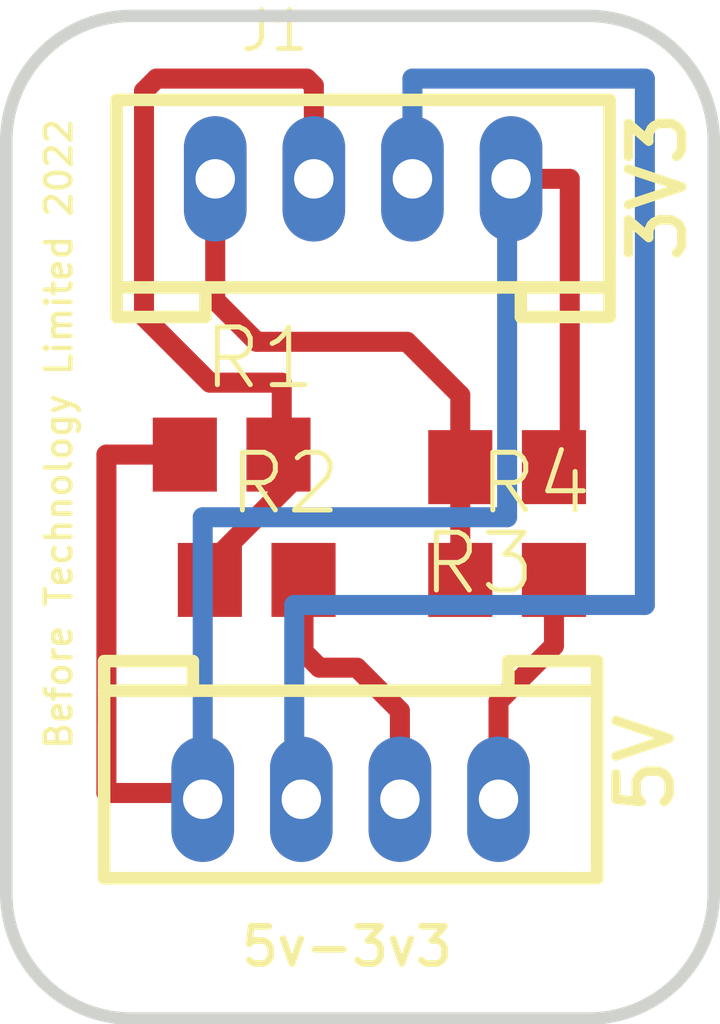
<source format=kicad_pcb>
(kicad_pcb (version 20211014) (generator pcbnew)
  (layers (0 "F.Cu" signal) (31 "B.Cu" signal) (34 "B.Paste" user) (35 "F.Paste" user) (36 "B.SilkS" user "B.Silkscreen") (37 "F.SilkS" user "F.Silkscreen") (38 "B.Mask" user) (39 "F.Mask" user) (44 "Edge.Cuts" user))
  (net 0 "")
  (net 1 "N$4")
  (net 2 "N$3")
  (net 3 "N$1")
  (net 4 "N$2")
  (net 5 "N$5")
  (net 6 "N$6")
  (footprint "weaver_grovestep:R0805" (layer "F.Cu") (at 146.4056 106.2736)
    (fp_text reference "R2" (at -0.635 -1.27) (layer "F.SilkS") (effects (font (size 1.1684 1.1684) (thickness 0.1016)) (justify left bottom)))
    (fp_text value "")
    (pad "1" smd rect (at -0.95 0) (size 1.3 1.5) (layers "F.Cu" "F.Paste" "F.Mask") (net 3 "N$1"))
    (pad "2" smd rect (at 0.95 0) (size 1.3 1.5) (layers "F.Cu" "F.Paste" "F.Mask") (net 5 "N$5"))
  )
  (footprint "weaver_grovestep:R0805" (layer "F.Cu") (at 145.8976 103.7336)
    (fp_text reference "R1" (at -0.635 -1.27) (layer "F.SilkS") (effects (font (size 1.1684 1.1684) (thickness 0.1016)) (justify left bottom)))
    (fp_text value "")
    (pad "1" smd rect (at -0.95 0) (size 1.3 1.5) (layers "F.Cu" "F.Paste" "F.Mask") (net 2 "N$3"))
    (pad "2" smd rect (at 0.95 0) (size 1.3 1.5) (layers "F.Cu" "F.Paste" "F.Mask") (net 3 "N$1"))
  )
  (footprint "weaver_grovestep:R0805" (layer "F.Cu") (at 151.4856 106.2736)
    (fp_text reference "R4" (at -0.635 -1.27) (layer "F.SilkS") (effects (font (size 1.1684 1.1684) (thickness 0.1016)) (justify left bottom)))
    (fp_text value "")
    (pad "1" smd rect (at -0.95 0) (size 1.3 1.5) (layers "F.Cu" "F.Paste" "F.Mask") (net 4 "N$2"))
    (pad "2" smd rect (at 0.95 0) (size 1.3 1.5) (layers "F.Cu" "F.Paste" "F.Mask") (net 6 "N$6"))
  )
  (footprint "weaver_grovestep:HW4-2.0" (layer "F.Cu") (at 148.3106 110.7186 180)
    (fp_text reference "J2" hide)
    (fp_text value "4P-2.0" hide)
    (fp_line (start 5 2.8) (end 5 2.2) (layer "F.SilkS") (width 0.254))
    (fp_line (start 5 2.2) (end 5 -1.6) (layer "F.SilkS") (width 0.254))
    (fp_line (start -5 2.2) (end -5 2.8) (layer "F.SilkS") (width 0.254))
    (fp_line (start -5 2.8) (end -3.2 2.8) (layer "F.SilkS") (width 0.254))
    (fp_line (start -5 -1) (end -5 1) (layer "F.SilkS") (width 0.127))
    (fp_line (start 3.2 2.8) (end 5 2.8) (layer "F.SilkS") (width 0.254))
    (fp_line (start -5 2.2) (end -3.2 2.2) (layer "F.SilkS") (width 0.254))
    (fp_line (start 3.2 2.2) (end 5 2.2) (layer "F.SilkS") (width 0.254))
    (fp_line (start 5 -1.5) (end 5 1.5) (layer "F.SilkS") (width 0.254))
    (fp_line (start -3.2 2.2) (end 3.2 2.2) (layer "F.SilkS") (width 0.254))
    (fp_line (start 3.2 2.2) (end 3.2 2.8) (layer "F.SilkS") (width 0.254))
    (fp_line (start -3.2 2.8) (end -3.2 2.2) (layer "F.SilkS") (width 0.254))
    (fp_line (start -5 -1.6) (end -5 2.2) (layer "F.SilkS") (width 0.254))
    (fp_line (start -5 -1.6) (end 5 -1.6) (layer "F.SilkS") (width 0.254))
    (pad "1" thru_hole oval (at -3 0 270) (size 2.54 1.27) (drill 0.8) (layers *.Cu *.Mask) (net 6 "N$6"))
    (pad "2" thru_hole oval (at -1 0 270) (size 2.54 1.27) (drill 0.8) (layers *.Cu *.Mask) (net 5 "N$5"))
    (pad "3" thru_hole oval (at 1 0 270) (size 2.54 1.27) (drill 0.8) (layers *.Cu *.Mask) (net 1 "N$4"))
    (pad "4" thru_hole oval (at 3 0 270) (size 2.54 1.27) (drill 0.8) (layers *.Cu *.Mask) (net 2 "N$3"))
  )
  (footprint "weaver_grovestep:R0805" (layer "F.Cu") (at 151.4856 103.9876 180)
    (fp_text reference "R3" (at -0.635 -1.27 180) (layer "F.SilkS") (effects (font (size 1.1684 1.1684) (thickness 0.1016)) (justify right top)))
    (fp_text value "")
    (pad "1" smd rect (at -0.95 0 180) (size 1.3 1.5) (layers "F.Cu" "F.Paste" "F.Mask") (net 2 "N$3"))
    (pad "2" smd rect (at 0.95 0 180) (size 1.3 1.5) (layers "F.Cu" "F.Paste" "F.Mask") (net 4 "N$2"))
  )
  (footprint "weaver_grovestep:HW4-2.0" (layer "F.Cu") (at 148.5646 98.1456)
    (fp_text reference "J1" (at -2.54 -2.54) (layer "F.SilkS") (effects (font (size 0.79121 0.79121) (thickness 0.09779)) (justify left bottom)))
    (fp_text value "4P-2.0")
    (fp_line (start -5 -1) (end -5 1) (layer "F.SilkS") (width 0.127))
    (fp_line (start -5 2.2) (end -5 2.8) (layer "F.SilkS") (width 0.254))
    (fp_line (start 5 2.8) (end 5 2.2) (layer "F.SilkS") (width 0.254))
    (fp_line (start -5 2.8) (end -3.2 2.8) (layer "F.SilkS") (width 0.254))
    (fp_line (start -3.2 2.2) (end 3.2 2.2) (layer "F.SilkS") (width 0.254))
    (fp_line (start -5 2.2) (end -3.2 2.2) (layer "F.SilkS") (width 0.254))
    (fp_line (start -3.2 2.8) (end -3.2 2.2) (layer "F.SilkS") (width 0.254))
    (fp_line (start -5 -1.6) (end 5 -1.6) (layer "F.SilkS") (width 0.254))
    (fp_line (start 5 2.2) (end 5 -1.6) (layer "F.SilkS") (width 0.254))
    (fp_line (start 5 -1.5) (end 5 1.5) (layer "F.SilkS") (width 0.254))
    (fp_line (start 3.2 2.2) (end 3.2 2.8) (layer "F.SilkS") (width 0.254))
    (fp_line (start 3.2 2.8) (end 5 2.8) (layer "F.SilkS") (width 0.254))
    (fp_line (start 3.2 2.2) (end 5 2.2) (layer "F.SilkS") (width 0.254))
    (fp_line (start -5 -1.6) (end -5 2.2) (layer "F.SilkS") (width 0.254))
    (pad "1" thru_hole oval (at -3 0 90) (size 2.54 1.27) (drill 0.8) (layers *.Cu *.Mask) (net 4 "N$2"))
    (pad "2" thru_hole oval (at -1 0 90) (size 2.54 1.27) (drill 0.8) (layers *.Cu *.Mask) (net 3 "N$1"))
    (pad "3" thru_hole oval (at 1 0 90) (size 2.54 1.27) (drill 0.8) (layers *.Cu *.Mask) (net 1 "N$4"))
    (pad "4" thru_hole oval (at 3 0 90) (size 2.54 1.27) (drill 0.8) (layers *.Cu *.Mask) (net 2 "N$3"))
  )
  (gr_arc (start 153.1366 94.8436) (mid 154.932651 95.587549) (end 155.6766 97.3836) (layer "Edge.Cuts") (width 0.254))
  (gr_line (start 153.1366 115.1636) (end 143.8656 115.1636) (layer "Edge.Cuts") (width 0.254))
  (gr_arc (start 143.8656 115.1636) (mid 142.069549 114.419651) (end 141.3256 112.6236) (layer "Edge.Cuts") (width 0.254))
  (gr_line (start 155.6766 97.3836) (end 155.6766 112.6236) (layer "Edge.Cuts") (width 0.254))
  (gr_line (start 141.3256 97.3836) (end 141.3256 112.6236) (layer "Edge.Cuts") (width 0.254))
  (gr_arc (start 141.3256 97.3836) (mid 142.069549 95.587549) (end 143.8656 94.8436) (layer "Edge.Cuts") (width 0.254))
  (gr_line (start 143.8656 94.8436) (end 153.1366 94.8436) (layer "Edge.Cuts") (width 0.254))
  (gr_arc (start 155.6766 112.6236) (mid 154.932651 114.419651) (end 153.1366 115.1636) (layer "Edge.Cuts") (width 0.254))
  (gr_text "3V3" (at 155.1686 99.9236 90) (layer "F.SilkS") (effects (font (size 1.0795 1.0795) (thickness 0.1905)) (justify left bottom)))
  (gr_text "5V" (at 154.9146 111.0996 90) (layer "F.SilkS") (effects (font (size 1.0795 1.0795) (thickness 0.1905)) (justify left bottom)))
  (gr_text "Before Technology Limited 2022" (at 142.0876 96.8756 90) (layer "F.SilkS") (effects (font (size 0.51816 0.51816) (thickness 0.09144)) (justify right top)))
  (gr_text "5v-3v3" (at 146.0246 114.1476) (layer "F.SilkS") (effects (font (size 0.75565 0.75565) (thickness 0.13335)) (justify left bottom)))
  (segment (start 154.2796 106.7816) (end 154.2796 96.1136) (width 0.4064) (layer "B.Cu") (net 1))
  (segment (start 147.3106 110.7186) (end 147.1676 110.7186) (width 0.4064) (layer "B.Cu") (net 1))
  (segment (start 147.1676 110.7186) (end 147.1676 106.7816) (width 0.4064) (layer "B.Cu") (net 1))
  (segment (start 147.1676 106.7816) (end 154.2796 106.7816) (width 0.4064) (layer "B.Cu") (net 1))
  (segment (start 154.2796 96.1136) (end 149.5646 96.1136) (width 0.4064) (layer "B.Cu") (net 1))
  (segment (start 149.5646 96.1136) (end 149.5646 98.1456) (width 0.4064) (layer "B.Cu") (net 1))
  (segment (start 144.9476 103.7336) (end 143.3576 103.7336) (width 0.4064) (layer "F.Cu") (net 2))
  (segment (start 143.3576 110.5916) (end 145.3106 110.5916) (width 0.4064) (layer "F.Cu") (net 2))
  (segment (start 151.5646 98.1456) (end 152.7556 98.1456) (width 0.4064) (layer "F.Cu") (net 2))
  (segment (start 152.7556 103.9876) (end 152.7556 98.1456) (width 0.4064) (layer "F.Cu") (net 2))
  (segment (start 152.4356 103.9876) (end 152.7556 103.9876) (width 0.4064) (layer "F.Cu") (net 2))
  (segment (start 145.3106 110.5916) (end 145.3106 110.7186) (width 0.4064) (layer "F.Cu") (net 2))
  (segment (start 143.3576 103.7336) (end 143.3576 110.5916) (width 0.4064) (layer "F.Cu") (net 2))
  (segment (start 145.3106 105.0036) (end 145.3106 110.7186) (width 0.4064) (layer "B.Cu") (net 2))
  (segment (start 151.5646 98.1456) (end 151.4856 98.1456) (width 0.4064) (layer "B.Cu") (net 2))
  (segment (start 151.4856 105.0036) (end 145.3106 105.0036) (width 0.4064) (layer "B.Cu") (net 2))
  (segment (start 151.4856 98.1456) (end 151.4856 105.0036) (width 0.4064) (layer "B.Cu") (net 2))
  (segment (start 145.4556 102.2756) (end 146.9136 102.2756) (width 0.4064) (layer "F.Cu") (net 3))
  (segment (start 146.8476 103.7336) (end 146.9136 103.7336) (width 0.4064) (layer "F.Cu") (net 3))
  (segment (start 145.4556 105.9536) (end 147.1676 104.2416) (width 0.4064) (layer "F.Cu") (net 3))
  (segment (start 147.1676 103.9216) (end 146.8476 103.7336) (width 0.4064) (layer "F.Cu") (net 3))
  (segment (start 144.3736 96.1136) (end 147.4216 96.1136) (width 0.4064) (layer "F.Cu") (net 3))
  (segment (start 147.1676 104.2416) (end 147.1676 103.9216) (width 0.4064) (layer "F.Cu") (net 3))
  (segment (start 144.1196 100.9396) (end 144.1196 96.3676) (width 0.4064) (layer "F.Cu") (net 3))
  (segment (start 147.5646 96.2566) (end 147.4216 96.1136) (width 0.4064) (layer "F.Cu") (net 3))
  (segment (start 146.9136 103.7336) (end 146.9136 102.2756) (width 0.4064) (layer "F.Cu") (net 3))
  (segment (start 144.1196 96.3676) (end 144.3736 96.1136) (width 0.4064) (layer "F.Cu") (net 3))
  (segment (start 145.4556 102.2756) (end 144.1196 100.9396) (width 0.4064) (layer "F.Cu") (net 3))
  (segment (start 147.5646 98.1456) (end 147.5646 96.2566) (width 0.4064) (layer "F.Cu") (net 3))
  (segment (start 145.4556 106.2736) (end 145.4556 105.9536) (width 0.4064) (layer "F.Cu") (net 3))
  (segment (start 150.5356 103.9876) (end 150.5356 102.5296) (width 0.4064) (layer "F.Cu") (net 4))
  (segment (start 150.5356 103.9876) (end 150.5356 106.2736) (width 0.4064) (layer "F.Cu") (net 4))
  (segment (start 150.5356 102.5296) (end 149.4536 101.4476) (width 0.4064) (layer "F.Cu") (net 4))
  (segment (start 146.4056 101.4476) (end 145.5646 100.6066) (width 0.4064) (layer "F.Cu") (net 4))
  (segment (start 149.4536 101.4476) (end 146.4056 101.4476) (width 0.4064) (layer "F.Cu") (net 4))
  (segment (start 145.5646 98.1456) (end 145.5646 100.6066) (width 0.4064) (layer "F.Cu") (net 4))
  (segment (start 149.3106 110.7186) (end 149.3106 108.9246) (width 0.4064) (layer "F.Cu") (net 5))
  (segment (start 148.4376 108.0516) (end 147.6756 108.0516) (width 0.4064) (layer "F.Cu") (net 5))
  (segment (start 147.6756 108.0516) (end 147.3556 107.7316) (width 0.4064) (layer "F.Cu") (net 5))
  (segment (start 147.3556 106.2736) (end 147.3556 107.7316) (width 0.4064) (layer "F.Cu") (net 5))
  (segment (start 149.3106 108.9246) (end 148.4376 108.0516) (width 0.4064) (layer "F.Cu") (net 5))
  (segment (start 152.4356 107.6096) (end 151.3106 108.7346) (width 0.4064) (layer "F.Cu") (net 6))
  (segment (start 151.3106 110.7186) (end 151.3106 108.7346) (width 0.4064) (layer "F.Cu") (net 6))
  (segment (start 152.4356 106.2736) (end 152.4356 107.6096) (width 0.4064) (layer "F.Cu") (net 6))
)
</source>
